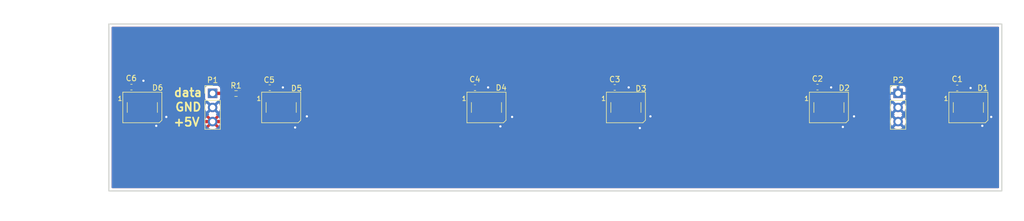
<source format=kicad_pcb>
(kicad_pcb (version 20241229) (generator "pcbnew") (generator_version "9.0")
  (layers (0 "F.Cu" mixed) (2 "B.Cu" power) (13 "F.Paste" user) (15 "B.Paste" user) (5 "F.SilkS" user "F.Silkscreen") (7 "B.SilkS" user "B.Silkscreen") (1 "F.Mask" user) (3 "B.Mask" user) (25 "Edge.Cuts" user))
  (net 0 "")
  (net 1 "+5V")
  (net 2 "GND")
  (net 3 "Net-(D1-DOUT)")
  (net 4 "Net-(D1-DIN)")
  (net 5 "Net-(D2-DOUT)")
  (net 6 "Net-(D3-DOUT)")
  (net 7 "Net-(D4-DOUT)")
  (net 8 "Net-(D5-DOUT)")
  (net 10 "Net-(P1-Pin_1)")
  (footprint "Resistor_SMD:R_0603_1608Metric" (layer "F.Cu") (at 96.4 98.1)
    (property "Reference" "R1" (at 0 -1.43 0) (layer "F.SilkS"))
    (property "Value" "300ohm_0603")
    (fp_line (start -0.237258 -0.5225) (end 0.237258 -0.5225) (stroke (width 0.12)) (layer "F.SilkS"))
    (fp_line (start -0.237258 0.5225) (end 0.237258 0.5225) (stroke (width 0.12)) (layer "F.SilkS"))
    (pad "1" smd roundrect (at -0.825 0) (size 0.8 0.95) (layers "F.Cu" "F.Mask" "F.Paste") (net 10 "Net-(P1-Pin_1)"))
    (pad "2" smd roundrect (at 0.825 0) (size 0.8 0.95) (layers "F.Cu" "F.Mask" "F.Paste") (net 4 "Net-(D1-DIN)"))
  )
  (footprint "LED_SMD:LED_WS2812B_PLCC4_5.0x5.0mm_P3.2mm" (layer "F.Cu") (at 141.3 100.6)
    (property "Reference" "D4" (at 2.65 -3.55 0) (layer "F.SilkS"))
    (property "Value" "WS2812B")
    (fp_line (start -3.5 -2.75) (end -3.5 2.75) (stroke (width 0.12)) (layer "F.SilkS"))
    (fp_line (start -3.5 -2.75) (end 3.5 -2.75) (stroke (width 0.12)) (layer "F.SilkS"))
    (fp_line (start -3.5 2.75) (end 3.05 2.75) (stroke (width 0.12)) (layer "F.SilkS"))
    (fp_line (start -2.7 0.9) (end -2.7 -0.9) (stroke (width 0.12)) (layer "F.SilkS"))
    (fp_line (start 2.7 0.9) (end 2.7 -0.9) (stroke (width 0.12)) (layer "F.SilkS"))
    (fp_line (start 3.05 2.75) (end 3.5 2.3) (stroke (width 0.12)) (layer "F.SilkS"))
    (fp_line (start 3.5 2.3) (end 3.5 -2.75) (stroke (width 0.12)) (layer "F.SilkS"))
    (fp_text user "1" (at -4 -1.6 0) (layer "F.SilkS") (effects (font (size 0.8 0.8))))
    (pad "1" smd roundrect (at -2.45 -1.65) (size 1.5 0.9) (layers "F.Cu" "F.Mask" "F.Paste") (roundrect_rratio 0.1) (net 1 "+5V"))
    (pad "2" smd roundrect (at -2.45 1.65) (size 1.5 0.9) (layers "F.Cu" "F.Mask" "F.Paste") (roundrect_rratio 0.1) (net 7 "Net-(D4-DOUT)"))
    (pad "3" smd roundrect (at 2.45 1.65) (size 1.5 0.9) (layers "F.Cu" "F.Mask" "F.Paste") (roundrect_rratio 0.1) (net 2 "GND"))
    (pad "4" smd roundrect (at 2.45 -1.65) (size 1.5 0.9) (layers "F.Cu" "F.Mask" "F.Paste") (roundrect_rratio 0.1) (net 6 "Net-(D3-DOUT)"))
  )
  (footprint "Connector_PinHeader_2.54mm:PinHeader_1x03_P2.54mm_Vertical" (layer "F.Cu") (at 92.2 98.06)
    (property "Reference" "P1" (at 0 -2.38 0) (layer "F.SilkS"))
    (property "Value" "Conn_01x03")
    (fp_line (start -1.38 -1.38) (end 0 -1.38) (stroke (width 0.12)) (layer "F.SilkS"))
    (fp_line (start -1.38 0) (end -1.38 -1.38) (stroke (width 0.12)) (layer "F.SilkS"))
    (fp_line (start -1.38 1.27) (end -1.38 6.46) (stroke (width 0.12)) (layer "F.SilkS"))
    (fp_line (start -1.38 1.27) (end 1.38 1.27) (stroke (width 0.12)) (layer "F.SilkS"))
    (fp_line (start -1.38 6.46) (end 1.38 6.46) (stroke (width 0.12)) (layer "F.SilkS"))
    (fp_line (start 1.38 1.27) (end 1.38 6.46) (stroke (width 0.12)) (layer "F.SilkS"))
    (pad "1" thru_hole rect (at 0 0) (size 1.7 1.7) (drill 1) (layers "*.Cu" "*.Mask") (net 10 "Net-(P1-Pin_1)"))
    (pad "2" thru_hole circle (at 0 2.54) (size 1.7 1.7) (drill 1) (layers "*.Cu" "*.Mask") (net 2 "GND"))
    (pad "3" thru_hole circle (at 0 5.08) (size 1.7 1.7) (drill 1) (layers "*.Cu" "*.Mask") (net 1 "+5V"))
  )
  (footprint "Capacitor_SMD:C_0603_1608Metric" (layer "F.Cu") (at 200.65 96.95 180)
    (property "Reference" "C2" (at 0 1.5 0) (layer "F.SilkS"))
    (property "Value" "0.1uF_0603")
    (fp_line (start -0.140581 0.51) (end 0.140581 0.51) (stroke (width 0.12)) (layer "F.SilkS"))
    (fp_line (start -0.140581 -0.51) (end 0.140581 -0.51) (stroke (width 0.12)) (layer "F.SilkS"))
    (pad "1" smd roundrect (at -0.775 0 180) (size 0.9 0.95) (layers "F.Cu" "F.Mask" "F.Paste") (net 2 "GND"))
    (pad "2" smd roundrect (at 0.775 0 180) (size 0.9 0.95) (layers "F.Cu" "F.Mask" "F.Paste") (net 1 "+5V"))
  )
  (footprint "Capacitor_SMD:C_0603_1608Metric" (layer "F.Cu") (at 102.45 97.05 180)
    (property "Reference" "C5" (at 0.1 1.4 0) (layer "F.SilkS"))
    (property "Value" "0.1uF_0603")
    (fp_line (start -0.140581 0.51) (end 0.140581 0.51) (stroke (width 0.12)) (layer "F.SilkS"))
    (fp_line (start -0.140581 -0.51) (end 0.140581 -0.51) (stroke (width 0.12)) (layer "F.SilkS"))
    (pad "1" smd roundrect (at -0.775 0 180) (size 0.9 0.95) (layers "F.Cu" "F.Mask" "F.Paste") (net 2 "GND"))
    (pad "2" smd roundrect (at 0.775 0 180) (size 0.9 0.95) (layers "F.Cu" "F.Mask" "F.Paste") (net 1 "+5V"))
  )
  (footprint "Capacitor_SMD:C_0603_1608Metric" (layer "F.Cu") (at 77.65 96.95 180)
    (property "Reference" "C6" (at 0.025 1.6 0) (layer "F.SilkS"))
    (property "Value" "0.1uF_0603")
    (fp_line (start -0.140581 0.51) (end 0.140581 0.51) (stroke (width 0.12)) (layer "F.SilkS"))
    (fp_line (start -0.140581 -0.51) (end 0.140581 -0.51) (stroke (width 0.12)) (layer "F.SilkS"))
    (pad "1" smd roundrect (at -0.775 0 180) (size 0.9 0.95) (layers "F.Cu" "F.Mask" "F.Paste") (net 2 "GND"))
    (pad "2" smd roundrect (at 0.775 0 180) (size 0.9 0.95) (layers "F.Cu" "F.Mask" "F.Paste") (net 1 "+5V"))
  )
  (footprint "Kadin Sandbox KiCad7:Logo_Kadin_Medium(~10mm)_soldermask_adjusted_size" (layer "F.Cu") (at 80.1001 110.2936)
    (property "Reference" "REF**" (hide yes))
    (property "Value" "Logo_Kadin_Medium(~{10mm})_soldermask_adjusted_size")
  )
  (footprint "Capacitor_SMD:C_0603_1608Metric" (layer "F.Cu") (at 225.7 97.1 180)
    (property "Reference" "C1" (at 0 1.6 0) (layer "F.SilkS"))
    (property "Value" "0.1uF_0603")
    (fp_line (start -0.140581 0.51) (end 0.140581 0.51) (stroke (width 0.12)) (layer "F.SilkS"))
    (fp_line (start -0.140581 -0.51) (end 0.140581 -0.51) (stroke (width 0.12)) (layer "F.SilkS"))
    (pad "1" smd roundrect (at -0.775 0 180) (size 0.9 0.95) (layers "F.Cu" "F.Mask" "F.Paste") (net 2 "GND"))
    (pad "2" smd roundrect (at 0.775 0 180) (size 0.9 0.95) (layers "F.Cu" "F.Mask" "F.Paste") (net 1 "+5V"))
  )
  (footprint "LED_SMD:LED_WS2812B_PLCC4_5.0x5.0mm_P3.2mm" (layer "F.Cu") (at 227.7 100.6)
    (property "Reference" "D1" (at 2.6 -3.5 0) (layer "F.SilkS"))
    (property "Value" "WS2812B")
    (fp_line (start -3.5 -2.75) (end -3.5 2.75) (stroke (width 0.12)) (layer "F.SilkS"))
    (fp_line (start -3.5 -2.75) (end 3.5 -2.75) (stroke (width 0.12)) (layer "F.SilkS"))
    (fp_line (start -3.5 2.75) (end 3.05 2.75) (stroke (width 0.12)) (layer "F.SilkS"))
    (fp_line (start -2.7 0.9) (end -2.7 -0.9) (stroke (width 0.12)) (layer "F.SilkS"))
    (fp_line (start 2.7 0.9) (end 2.7 -0.9) (stroke (width 0.12)) (layer "F.SilkS"))
    (fp_line (start 3.05 2.75) (end 3.5 2.3) (stroke (width 0.12)) (layer "F.SilkS"))
    (fp_line (start 3.5 2.3) (end 3.5 -2.75) (stroke (width 0.12)) (layer "F.SilkS"))
    (fp_text user "1" (at -4 -1.6 0) (layer "F.SilkS") (effects (font (size 0.8 0.8))))
    (pad "1" smd roundrect (at -2.45 -1.65) (size 1.5 0.9) (layers "F.Cu" "F.Mask" "F.Paste") (roundrect_rratio 0.1) (net 1 "+5V"))
    (pad "2" smd roundrect (at -2.45 1.65) (size 1.5 0.9) (layers "F.Cu" "F.Mask" "F.Paste") (roundrect_rratio 0.1) (net 3 "Net-(D1-DOUT)"))
    (pad "3" smd roundrect (at 2.45 1.65) (size 1.5 0.9) (layers "F.Cu" "F.Mask" "F.Paste") (roundrect_rratio 0.1) (net 2 "GND"))
    (pad "4" smd roundrect (at 2.45 -1.65) (size 1.5 0.9) (layers "F.Cu" "F.Mask" "F.Paste") (roundrect_rratio 0.1) (net 4 "Net-(D1-DIN)"))
  )
  (footprint "Capacitor_SMD:C_0603_1608Metric" (layer "F.Cu") (at 164.3 97 180)
    (property "Reference" "C3" (at 0 1.45 0) (layer "F.SilkS"))
    (property "Value" "0.1uF_0603")
    (fp_line (start -0.140581 0.51) (end 0.140581 0.51) (stroke (width 0.12)) (layer "F.SilkS"))
    (fp_line (start -0.140581 -0.51) (end 0.140581 -0.51) (stroke (width 0.12)) (layer "F.SilkS"))
    (pad "1" smd roundrect (at -0.775 0 180) (size 0.9 0.95) (layers "F.Cu" "F.Mask" "F.Paste") (net 2 "GND"))
    (pad "2" smd roundrect (at 0.775 0 180) (size 0.9 0.95) (layers "F.Cu" "F.Mask" "F.Paste") (net 1 "+5V"))
  )
  (footprint "LED_SMD:LED_WS2812B_PLCC4_5.0x5.0mm_P3.2mm" (layer "F.Cu") (at 79.6 100.6)
    (property "Reference" "D6" (at 2.75 -3.55 0) (layer "F.SilkS"))
    (property "Value" "WS2812B")
    (fp_line (start -3.5 -2.75) (end -3.5 2.75) (stroke (width 0.12)) (layer "F.SilkS"))
    (fp_line (start -3.5 -2.75) (end 3.5 -2.75) (stroke (width 0.12)) (layer "F.SilkS"))
    (fp_line (start -3.5 2.75) (end 3.05 2.75) (stroke (width 0.12)) (layer "F.SilkS"))
    (fp_line (start -2.7 0.9) (end -2.7 -0.9) (stroke (width 0.12)) (layer "F.SilkS"))
    (fp_line (start 2.7 0.9) (end 2.7 -0.9) (stroke (width 0.12)) (layer "F.SilkS"))
    (fp_line (start 3.05 2.75) (end 3.5 2.3) (stroke (width 0.12)) (layer "F.SilkS"))
    (fp_line (start 3.5 2.3) (end 3.5 -2.75) (stroke (width 0.12)) (layer "F.SilkS"))
    (fp_text user "1" (at -4 -1.6 0) (layer "F.SilkS") (effects (font (size 0.8 0.8))))
    (pad "1" smd roundrect (at -2.45 -1.65) (size 1.5 0.9) (layers "F.Cu" "F.Mask" "F.Paste") (roundrect_rratio 0.1) (net 1 "+5V"))
    (pad "2" smd roundrect (at -2.45 1.65) (size 1.5 0.9) (layers "F.Cu" "F.Mask" "F.Paste") (roundrect_rratio 0.1))
    (pad "3" smd roundrect (at 2.45 1.65) (size 1.5 0.9) (layers "F.Cu" "F.Mask" "F.Paste") (roundrect_rratio 0.1) (net 2 "GND"))
    (pad "4" smd roundrect (at 2.45 -1.65) (size 1.5 0.9) (layers "F.Cu" "F.Mask" "F.Paste") (roundrect_rratio 0.1) (net 8 "Net-(D5-DOUT)"))
  )
  (footprint "Connector_PinHeader_2.54mm:PinHeader_1x03_P2.54mm_Vertical" (layer "F.Cu") (at 215.1 98.06)
    (property "Reference" "P2" (at 0 -2.38 0) (layer "F.SilkS"))
    (property "Value" "Conn_01x03")
    (fp_line (start -1.38 -1.38) (end 0 -1.38) (stroke (width 0.12)) (layer "F.SilkS"))
    (fp_line (start -1.38 0) (end -1.38 -1.38) (stroke (width 0.12)) (layer "F.SilkS"))
    (fp_line (start -1.38 1.27) (end -1.38 6.46) (stroke (width 0.12)) (layer "F.SilkS"))
    (fp_line (start -1.38 1.27) (end 1.38 1.27) (stroke (width 0.12)) (layer "F.SilkS"))
    (fp_line (start -1.38 6.46) (end 1.38 6.46) (stroke (width 0.12)) (layer "F.SilkS"))
    (fp_line (start 1.38 1.27) (end 1.38 6.46) (stroke (width 0.12)) (layer "F.SilkS"))
    (pad "1" thru_hole rect (at 0 0) (size 1.7 1.7) (drill 1) (layers "*.Cu" "*.Mask") (net 2 "GND"))
    (pad "2" thru_hole circle (at 0 2.54) (size 1.7 1.7) (drill 1) (layers "*.Cu" "*.Mask") (net 2 "GND"))
    (pad "3" thru_hole circle (at 0 5.08) (size 1.7 1.7) (drill 1) (layers "*.Cu" "*.Mask") (net 2 "GND"))
  )
  (footprint "Capacitor_SMD:C_0603_1608Metric" (layer "F.Cu") (at 139.25 97.05 180)
    (property "Reference" "C4" (at 0.025 1.5 0) (layer "F.SilkS"))
    (property "Value" "0.1uF_0603")
    (fp_line (start -0.140581 0.51) (end 0.140581 0.51) (stroke (width 0.12)) (layer "F.SilkS"))
    (fp_line (start -0.140581 -0.51) (end 0.140581 -0.51) (stroke (width 0.12)) (layer "F.SilkS"))
    (pad "1" smd roundrect (at -0.775 0 180) (size 0.9 0.95) (layers "F.Cu" "F.Mask" "F.Paste") (net 2 "GND"))
    (pad "2" smd roundrect (at 0.775 0 180) (size 0.9 0.95) (layers "F.Cu" "F.Mask" "F.Paste") (net 1 "+5V"))
  )
  (footprint "LED_SMD:LED_WS2812B_PLCC4_5.0x5.0mm_P3.2mm" (layer "F.Cu") (at 202.7 100.6)
    (property "Reference" "D2" (at 2.75 -3.5 0) (layer "F.SilkS"))
    (property "Value" "WS2812B")
    (fp_line (start -3.5 -2.75) (end -3.5 2.75) (stroke (width 0.12)) (layer "F.SilkS"))
    (fp_line (start -3.5 -2.75) (end 3.5 -2.75) (stroke (width 0.12)) (layer "F.SilkS"))
    (fp_line (start -3.5 2.75) (end 3.05 2.75) (stroke (width 0.12)) (layer "F.SilkS"))
    (fp_line (start -2.7 0.9) (end -2.7 -0.9) (stroke (width 0.12)) (layer "F.SilkS"))
    (fp_line (start 2.7 0.9) (end 2.7 -0.9) (stroke (width 0.12)) (layer "F.SilkS"))
    (fp_line (start 3.05 2.75) (end 3.5 2.3) (stroke (width 0.12)) (layer "F.SilkS"))
    (fp_line (start 3.5 2.3) (end 3.5 -2.75) (stroke (width 0.12)) (layer "F.SilkS"))
    (fp_text user "1" (at -4 -1.6 0) (layer "F.SilkS") (effects (font (size 0.8 0.8))))
    (pad "1" smd roundrect (at -2.45 -1.65) (size 1.5 0.9) (layers "F.Cu" "F.Mask" "F.Paste") (roundrect_rratio 0.1) (net 1 "+5V"))
    (pad "2" smd roundrect (at -2.45 1.65) (size 1.5 0.9) (layers "F.Cu" "F.Mask" "F.Paste") (roundrect_rratio 0.1) (net 5 "Net-(D2-DOUT)"))
    (pad "3" smd roundrect (at 2.45 1.65) (size 1.5 0.9) (layers "F.Cu" "F.Mask" "F.Paste") (roundrect_rratio 0.1) (net 2 "GND"))
    (pad "4" smd roundrect (at 2.45 -1.65) (size 1.5 0.9) (layers "F.Cu" "F.Mask" "F.Paste") (roundrect_rratio 0.1) (net 3 "Net-(D1-DOUT)"))
  )
  (footprint "LED_SMD:LED_WS2812B_PLCC4_5.0x5.0mm_P3.2mm" (layer "F.Cu") (at 166.3 100.6)
    (property "Reference" "D3" (at 2.7 -3.4 0) (layer "F.SilkS"))
    (property "Value" "WS2812B")
    (fp_line (start -3.5 -2.75) (end -3.5 2.75) (stroke (width 0.12)) (layer "F.SilkS"))
    (fp_line (start -3.5 -2.75) (end 3.5 -2.75) (stroke (width 0.12)) (layer "F.SilkS"))
    (fp_line (start -3.5 2.75) (end 3.05 2.75) (stroke (width 0.12)) (layer "F.SilkS"))
    (fp_line (start -2.7 0.9) (end -2.7 -0.9) (stroke (width 0.12)) (layer "F.SilkS"))
    (fp_line (start 2.7 0.9) (end 2.7 -0.9) (stroke (width 0.12)) (layer "F.SilkS"))
    (fp_line (start 3.05 2.75) (end 3.5 2.3) (stroke (width 0.12)) (layer "F.SilkS"))
    (fp_line (start 3.5 2.3) (end 3.5 -2.75) (stroke (width 0.12)) (layer "F.SilkS"))
    (fp_text user "1" (at -4 -1.6 0) (layer "F.SilkS") (effects (font (size 0.8 0.8))))
    (pad "1" smd roundrect (at -2.45 -1.65) (size 1.5 0.9) (layers "F.Cu" "F.Mask" "F.Paste") (roundrect_rratio 0.1) (net 1 "+5V"))
    (pad "2" smd roundrect (at -2.45 1.65) (size 1.5 0.9) (layers "F.Cu" "F.Mask" "F.Paste") (roundrect_rratio 0.1) (net 6 "Net-(D3-DOUT)"))
    (pad "3" smd roundrect (at 2.45 1.65) (size 1.5 0.9) (layers "F.Cu" "F.Mask" "F.Paste") (roundrect_rratio 0.1) (net 2 "GND"))
    (pad "4" smd roundrect (at 2.45 -1.65) (size 1.5 0.9) (layers "F.Cu" "F.Mask" "F.Paste") (roundrect_rratio 0.1) (net 5 "Net-(D2-DOUT)"))
  )
  (footprint "LED_SMD:LED_WS2812B_PLCC4_5.0x5.0mm_P3.2mm" (layer "F.Cu") (at 104.5 100.6)
    (property "Reference" "D5" (at 2.75 -3.45 0) (layer "F.SilkS"))
    (property "Value" "WS2812B")
    (fp_line (start -3.5 -2.75) (end -3.5 2.75) (stroke (width 0.12)) (layer "F.SilkS"))
    (fp_line (start -3.5 -2.75) (end 3.5 -2.75) (stroke (width 0.12)) (layer "F.SilkS"))
    (fp_line (start -3.5 2.75) (end 3.05 2.75) (stroke (width 0.12)) (layer "F.SilkS"))
    (fp_line (start -2.7 0.9) (end -2.7 -0.9) (stroke (width 0.12)) (layer "F.SilkS"))
    (fp_line (start 2.7 0.9) (end 2.7 -0.9) (stroke (width 0.12)) (layer "F.SilkS"))
    (fp_line (start 3.05 2.75) (end 3.5 2.3) (stroke (width 0.12)) (layer "F.SilkS"))
    (fp_line (start 3.5 2.3) (end 3.5 -2.75) (stroke (width 0.12)) (layer "F.SilkS"))
    (fp_text user "1" (at -4 -1.6 0) (layer "F.SilkS") (effects (font (size 0.8 0.8))))
    (pad "1" smd roundrect (at -2.45 -1.65) (size 1.5 0.9) (layers "F.Cu" "F.Mask" "F.Paste") (roundrect_rratio 0.1) (net 1 "+5V"))
    (pad "2" smd roundrect (at -2.45 1.65) (size 1.5 0.9) (layers "F.Cu" "F.Mask" "F.Paste") (roundrect_rratio 0.1) (net 8 "Net-(D5-DOUT)"))
    (pad "3" smd roundrect (at 2.45 1.65) (size 1.5 0.9) (layers "F.Cu" "F.Mask" "F.Paste") (roundrect_rratio 0.1) (net 2 "GND"))
    (pad "4" smd roundrect (at 2.45 -1.65) (size 1.5 0.9) (layers "F.Cu" "F.Mask" "F.Paste") (roundrect_rratio 0.1) (net 7 "Net-(D4-DOUT)"))
  )
  (footprint "Kadin Sandbox KiCad7:Logo_Kadin_Medium(~10mm)_soldermask_adjusted_size" (layer "B.Cu") (at 73.825 110.439638 180)
    (property "Reference" "REF**" (hide yes))
    (property "Value" "Logo_Kadin_Medium(~{10mm})_soldermask_adjusted_size")
  )
  (gr_rect (start 73.6 85.6) (end 233.7 115.6) (stroke (width 0.2)) (fill no) (layer "Edge.Cuts"))
  (gr_text "GND" (at 85.357142 101.4 -0) (layer "F.SilkS") (effects (font (size 1.5 1.5) (thickness 0.3) (bold yes)) (justify left bottom)))
  (gr_text "data" (at 90.457142 98.8 0) (layer "F.SilkS") (effects (font (size 1.5 1.5) (thickness 0.3) (bold yes)) (justify right bottom)))
  (gr_text "+5V" (at 85.057142 104.1 -0) (layer "F.SilkS") (effects (font (size 1.5 1.5) (thickness 0.3) (bold yes)) (justify left bottom)))
  (segment (start 77.15 97.225) (end 76.875 96.95) (width 0.6) (layer "F.Cu") (net 1))
  (segment (start 163.525 98) (end 163.525 98.625) (width 0.6) (layer "F.Cu") (net 1))
  (segment (start 101.675 98.575) (end 102.05 98.95) (width 0.6) (layer "F.Cu") (net 1))
  (segment (start 95.56 103.14) (end 99.75 98.95) (width 0.6) (layer "F.Cu") (net 1))
  (segment (start 77.15 98.95) (end 77.15 98) (width 0.6) (layer "F.Cu") (net 1))
  (segment (start 138.475 98) (end 138.475 98.575) (width 0.6) (layer "F.Cu") (net 1))
  (segment (start 224.925 98.625) (end 225.25 98.95) (width 0.6) (layer "F.Cu") (net 1))
  (segment (start 163.525 98.625) (end 163.85 98.95) (width 0.6) (layer "F.Cu") (net 1))
  (segment (start 101.675 98.1) (end 101.675 98.575) (width 0.6) (layer "F.Cu") (net 1))
  (segment (start 77.15 98) (end 77.15 97.225) (width 0.6) (layer "F.Cu") (net 1))
  (segment (start 199.875 96.95) (end 199.875 97.8) (width 0.6) (layer "F.Cu") (net 1))
  (segment (start 90.64 103.14) (end 92.2 103.14) (width 0.6) (layer "F.Cu") (net 1))
  (segment (start 81.5 96.7) (end 84.2 96.7) (width 0.6) (layer "F.Cu") (net 1))
  (segment (start 77.15 98.95) (end 79.25 98.95) (width 0.6) (layer "F.Cu") (net 1))
  (segment (start 199.875 98.575) (end 200.25 98.95) (width 0.6) (layer "F.Cu") (net 1))
  (segment (start 79.25 98.95) (end 81.5 96.7) (width 0.6) (layer "F.Cu") (net 1))
  (segment (start 84.2 96.7) (end 90.64 103.14) (width 0.6) (layer "F.Cu") (net 1))
  (segment (start 101.675 97.05) (end 101.675 98.1) (width 0.6) (layer "F.Cu") (net 1))
  (segment (start 224.925 98) (end 224.925 98.625) (width 0.6) (layer "F.Cu") (net 1))
  (segment (start 99.75 98.95) (end 102.05 98.95) (width 0.6) (layer "F.Cu") (net 1))
  (segment (start 163.525 97) (end 163.525 98) (width 0.6) (layer "F.Cu") (net 1))
  (segment (start 138.475 98.575) (end 138.85 98.95) (width 0.6) (layer "F.Cu") (net 1))
  (segment (start 224.925 97.1) (end 224.925 98) (width 0.6) (layer "F.Cu") (net 1))
  (segment (start 92.2 103.14) (end 95.56 103.14) (width 0.6) (layer "F.Cu") (net 1))
  (segment (start 199.875 97.8) (end 199.875 98.575) (width 0.6) (layer "F.Cu") (net 1))
  (segment (start 138.475 97.05) (end 138.475 98) (width 0.6) (layer "F.Cu") (net 1))
  (segment (start 226.475 97.1) (end 228.1 97.1) (width 0.6) (layer "F.Cu") (net 2))
  (segment (start 106.95 104.15) (end 107 104.2) (width 0.6) (layer "F.Cu") (net 2))
  (segment (start 231.75 102.25) (end 231.8 102.3) (width 0.6) (layer "F.Cu") (net 2))
  (segment (start 78.425 96.95) (end 78.65 96.95) (width 0.6) (layer "F.Cu") (net 2))
  (segment (start 168.75 104.25) (end 168.8 104.3) (width 0.6) (layer "F.Cu") (net 2))
  (segment (start 82.05 103.85) (end 82.1 103.9) (width 0.6) (layer "F.Cu") (net 2))
  (segment (start 140.025 97.05) (end 141.55 97.05) (width 0.6) (layer "F.Cu") (net 2))
  (segment (start 230.15 103.85) (end 230.2 103.9) (width 0.6) (layer "F.Cu") (net 2))
  (segment (start 205.15 104.05) (end 205.2 104.1) (width 0.6) (layer "F.Cu") (net 2))
  (segment (start 203.05 96.95) (end 203.1 97) (width 0.6) (layer "F.Cu") (net 2))
  (segment (start 165.075 97) (end 166.8 97) (width 0.6) (layer "F.Cu") (net 2))
  (segment (start 201.425 96.95) (end 203.05 96.95) (width 0.6) (layer "F.Cu") (net 2))
  (segment (start 143.75 102.25) (end 143.75 103.95) (width 0.6) (layer "F.Cu") (net 2))
  (segment (start 78.65 96.95) (end 79.8 95.8) (width 0.6) (layer "F.Cu") (net 2))
  (segment (start 82.05 102.25) (end 82.05 103.85) (width 0.6) (layer "F.Cu") (net 2))
  (segment (start 168.75 102.25) (end 168.75 104.25) (width 0.6) (layer "F.Cu") (net 2))
  (segment (start 168.75 102.25) (end 170.65 102.25) (width 0.6) (layer "F.Cu") (net 2))
  (segment (start 106.95 102.25) (end 106.95 104.15) (width 0.6) (layer "F.Cu") (net 2))
  (segment (start 103.225 97.05) (end 104.75 97.05) (width 0.6) (layer "F.Cu") (net 2))
  (segment (start 205.15 102.25) (end 207.15 102.25) (width 0.6) (layer "F.Cu") (net 2))
  (segment (start 145.85 102.25) (end 145.9 102.3) (width 0.6) (layer "F.Cu") (net 2))
  (segment (start 82.05 102.25) (end 83.85 102.25) (width 0.6) (layer "F.Cu") (net 2))
  (segment (start 141.55 97.05) (end 141.6 97) (width 0.6) (layer "F.Cu") (net 2))
  (segment (start 143.75 102.25) (end 145.85 102.25) (width 0.6) (layer "F.Cu") (net 2))
  (segment (start 104.75 97.05) (end 104.8 97) (width 0.6) (layer "F.Cu") (net 2))
  (segment (start 207.15 102.25) (end 207.2 102.2) (width 0.6) (layer "F.Cu") (net 2))
  (segment (start 170.65 102.25) (end 170.7 102.2) (width 0.6) (layer "F.Cu") (net 2))
  (segment (start 230.15 102.25) (end 230.15 103.85) (width 0.6) (layer "F.Cu") (net 2))
  (segment (start 106.95 102.25) (end 109.05 102.25) (width 0.6) (layer "F.Cu") (net 2))
  (segment (start 143.75 103.95) (end 143.8 104) (width 0.6) (layer "F.Cu") (net 2))
  (segment (start 205.15 102.25) (end 205.15 104.05) (width 0.6) (layer "F.Cu") (net 2))
  (segment (start 109.05 102.25) (end 109.1 102.2) (width 0.6) (layer "F.Cu") (net 2))
  (segment (start 230.15 102.25) (end 231.75 102.25) (width 0.6) (layer "F.Cu") (net 2))
  (segment (start 83.85 102.25) (end 83.9 102.3) (width 0.6) (layer "F.Cu") (net 2))
  (via (at 170.7 102.2) (size 0.8) (drill 0.4) (layers "F.Cu" "B.Cu") (net 2))
  (via (at 83.9 102.3) (size 0.8) (drill 0.4) (layers "F.Cu" "B.Cu") (net 2))
  (via (at 82.1 103.9) (size 0.8) (drill 0.4) (layers "F.Cu" "B.Cu") (net 2))
  (via (at 168.8 104.3) (size 0.8) (drill 0.4) (layers "F.Cu" "B.Cu") (net 2))
  (via (at 166.8 97) (size 0.8) (drill 0.4) (layers "F.Cu" "B.Cu") (net 2))
  (via (at 143.8 104) (size 0.8) (drill 0.4) (layers "F.Cu" "B.Cu") (net 2))
  (via (at 109.1 102.2) (size 0.8) (drill 0.4) (layers "F.Cu" "B.Cu") (net 2))
  (via (at 79.8 95.8) (size 0.8) (drill 0.4) (layers "F.Cu" "B.Cu") (net 2))
  (via (at 230.2 103.9) (size 0.8) (drill 0.4) (layers "F.Cu" "B.Cu") (net 2))
  (via (at 231.8 102.3) (size 0.8) (drill 0.4) (layers "F.Cu" "B.Cu") (net 2))
  (via (at 104.8 97) (size 0.8) (drill 0.4) (layers "F.Cu" "B.Cu") (net 2))
  (via (at 107 104.2) (size 0.8) (drill 0.4) (layers "F.Cu" "B.Cu") (net 2))
  (via (at 228.1 97.1) (size 0.8) (drill 0.4) (layers "F.Cu" "B.Cu") (net 2))
  (via (at 145.9 102.3) (size 0.8) (drill 0.4) (layers "F.Cu" "B.Cu") (net 2))
  (via (at 205.2 104.1) (size 0.8) (drill 0.4) (layers "F.Cu" "B.Cu") (net 2))
  (via (at 203.1 97) (size 0.8) (drill 0.4) (layers "F.Cu" "B.Cu") (net 2))
  (via (at 141.6 97) (size 0.8) (drill 0.4) (layers "F.Cu" "B.Cu") (net 2))
  (via (at 207.2 102.2) (size 0.8) (drill 0.4) (layers "F.Cu" "B.Cu") (net 2))
  (segment (start 211.4 103.2) (end 211.4 105.2) (width 0.6) (layer "F.Cu") (net 3))
  (segment (start 205.15 98.95) (end 207.15 98.95) (width 0.6) (layer "F.Cu") (net 3))
  (segment (start 212.8 106.6) (end 218.1 106.6) (width 0.6) (layer "F.Cu") (net 3))
  (segment (start 222.45 102.25) (end 225.25 102.25) (width 0.6) (layer "F.Cu") (net 3))
  (segment (start 207.15 98.95) (end 211.4 103.2) (width 0.6) (layer "F.Cu") (net 3))
  (segment (start 211.4 105.2) (end 212.8 106.6) (width 0.6) (layer "F.Cu") (net 3))
  (segment (start 218.1 106.6) (end 222.45 102.25) (width 0.6) (layer "F.Cu") (net 3))
  (segment (start 97.225 96.475) (end 101 92.7) (width 0.6) (layer "F.Cu") (net 4))
  (segment (start 97.225 98.1) (end 97.225 96.475) (width 0.6) (layer "F.Cu") (net 4))
  (segment (start 101 92.7) (end 226.2 92.7) (width 0.6) (layer "F.Cu") (net 4))
  (segment (start 230.15 96.65) (end 230.15 98.95) (width 0.6) (layer "F.Cu") (net 4))
  (segment (start 226.2 92.7) (end 230.15 96.65) (width 0.6) (layer "F.Cu") (net 4))
  (segment (start 200.25 102.25) (end 191.15 102.25) (width 0.6) (layer "F.Cu") (net 5))
  (segment (start 187.85 98.95) (end 168.75 98.95) (width 0.6) (layer "F.Cu") (net 5))
  (segment (start 191.15 102.25) (end 187.85 98.95) (width 0.6) (layer "F.Cu") (net 5))
  (segment (start 159.05 102.25) (end 155.75 98.95) (width 0.6) (layer "F.Cu") (net 6))
  (segment (start 163.85 102.25) (end 159.05 102.25) (width 0.6) (layer "F.Cu") (net 6))
  (segment (start 155.75 98.95) (end 143.75 98.95) (width 0.6) (layer "F.Cu") (net 6))
  (segment (start 125.55 98.95) (end 106.95 98.95) (width 0.6) (layer "F.Cu") (net 7))
  (segment (start 138.85 102.25) (end 128.85 102.25) (width 0.6) (layer "F.Cu") (net 7))
  (segment (start 128.85 102.25) (end 125.55 98.95) (width 0.6) (layer "F.Cu") (net 7))
  (segment (start 82.55 98.95) (end 82.05 98.95) (width 0.6) (layer "F.Cu") (net 8))
  (segment (start 85.5 104.9) (end 85.5 101.9) (width 0.6) (layer "F.Cu") (net 8))
  (segment (start 85.5 101.9) (end 82.55 98.95) (width 0.6) (layer "F.Cu") (net 8))
  (segment (start 102.05 102.25) (end 100.95 102.25) (width 0.6) (layer "F.Cu") (net 8))
  (segment (start 100.95 102.25) (end 94.9 108.3) (width 0.6) (layer "F.Cu") (net 8))
  (segment (start 88.9 108.3) (end 85.5 104.9) (width 0.6) (layer "F.Cu") (net 8))
  (segment (start 94.9 108.3) (end 88.9 108.3) (width 0.6) (layer "F.Cu") (net 8))
  (segment (start 92.2 98.06) (end 95.535 98.06) (width 0.6) (layer "F.Cu") (net 10))
  (segment (start 95.535 98.06) (end 95.575 98.1) (width 0.6) (layer "F.Cu") (net 10))
  (zone (net 1) (net_name "+5V") (layer "F.Cu") (name "gnd") (connect_pads (clearance 0.5)) (min_thickness 0.25) (fill yes (thermal_gap 0.5) (thermal_bridge_width 0.5))
    (polygon (pts (xy 70.500259 81.28874) (xy 237.5 81.3) (xy 237.7 120.7) (xy 69.1 121)))
  )
  (zone (net 2) (net_name "GND") (layer "B.Cu") (name "gnd") (connect_pads (clearance 0.5)) (min_thickness 0.25) (fill yes (thermal_gap 0.5) (thermal_bridge_width 0.5))
    (polygon (pts (xy 71.8 82.7) (xy 235.2 82.9) (xy 235.4 118.6) (xy 71.5 118.6)))
  )
)
</source>
